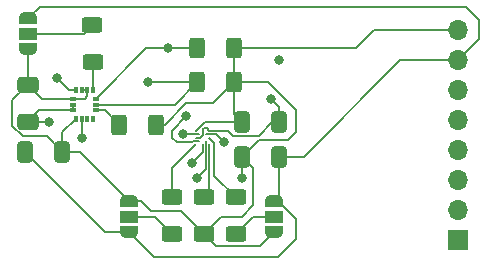
<source format=gbr>
%TF.GenerationSoftware,KiCad,Pcbnew,(6.0.5)*%
%TF.CreationDate,2022-11-14T22:05:18-05:00*%
%TF.ProjectId,IMU_Board,494d555f-426f-4617-9264-2e6b69636164,rev?*%
%TF.SameCoordinates,Original*%
%TF.FileFunction,Copper,L1,Top*%
%TF.FilePolarity,Positive*%
%FSLAX46Y46*%
G04 Gerber Fmt 4.6, Leading zero omitted, Abs format (unit mm)*
G04 Created by KiCad (PCBNEW (6.0.5)) date 2022-11-14 22:05:18*
%MOMM*%
%LPD*%
G01*
G04 APERTURE LIST*
G04 Aperture macros list*
%AMRoundRect*
0 Rectangle with rounded corners*
0 $1 Rounding radius*
0 $2 $3 $4 $5 $6 $7 $8 $9 X,Y pos of 4 corners*
0 Add a 4 corners polygon primitive as box body*
4,1,4,$2,$3,$4,$5,$6,$7,$8,$9,$2,$3,0*
0 Add four circle primitives for the rounded corners*
1,1,$1+$1,$2,$3*
1,1,$1+$1,$4,$5*
1,1,$1+$1,$6,$7*
1,1,$1+$1,$8,$9*
0 Add four rect primitives between the rounded corners*
20,1,$1+$1,$2,$3,$4,$5,0*
20,1,$1+$1,$4,$5,$6,$7,0*
20,1,$1+$1,$6,$7,$8,$9,0*
20,1,$1+$1,$8,$9,$2,$3,0*%
%AMFreePoly0*
4,1,22,0.550000,-0.750000,0.000000,-0.750000,0.000000,-0.745033,-0.079941,-0.743568,-0.215256,-0.701293,-0.333266,-0.622738,-0.424486,-0.514219,-0.481581,-0.384460,-0.499164,-0.250000,-0.500000,-0.250000,-0.500000,0.250000,-0.499164,0.250000,-0.499963,0.256109,-0.478152,0.396186,-0.417904,0.524511,-0.324060,0.630769,-0.204165,0.706417,-0.067858,0.745374,0.000000,0.744959,0.000000,0.750000,
0.550000,0.750000,0.550000,-0.750000,0.550000,-0.750000,$1*%
%AMFreePoly1*
4,1,20,0.000000,0.744959,0.073905,0.744508,0.209726,0.703889,0.328688,0.626782,0.421226,0.519385,0.479903,0.390333,0.500000,0.250000,0.500000,-0.250000,0.499851,-0.262216,0.476331,-0.402017,0.414519,-0.529596,0.319384,-0.634700,0.198574,-0.708877,0.061801,-0.746166,0.000000,-0.745033,0.000000,-0.750000,-0.550000,-0.750000,-0.550000,0.750000,0.000000,0.750000,0.000000,0.744959,
0.000000,0.744959,$1*%
G04 Aperture macros list end*
%TA.AperFunction,SMDPad,CuDef*%
%ADD10C,0.152400*%
%TD*%
%TA.AperFunction,ComponentPad*%
%ADD11O,1.700000X1.700000*%
%TD*%
%TA.AperFunction,ComponentPad*%
%ADD12R,1.700000X1.700000*%
%TD*%
%TA.AperFunction,SMDPad,CuDef*%
%ADD13FreePoly0,270.000000*%
%TD*%
%TA.AperFunction,SMDPad,CuDef*%
%ADD14R,1.500000X1.000000*%
%TD*%
%TA.AperFunction,SMDPad,CuDef*%
%ADD15FreePoly1,270.000000*%
%TD*%
%TA.AperFunction,SMDPad,CuDef*%
%ADD16RoundRect,0.250000X-0.400000X-0.625000X0.400000X-0.625000X0.400000X0.625000X-0.400000X0.625000X0*%
%TD*%
%TA.AperFunction,SMDPad,CuDef*%
%ADD17FreePoly0,90.000000*%
%TD*%
%TA.AperFunction,SMDPad,CuDef*%
%ADD18FreePoly1,90.000000*%
%TD*%
%TA.AperFunction,SMDPad,CuDef*%
%ADD19RoundRect,0.250000X-0.412500X-0.650000X0.412500X-0.650000X0.412500X0.650000X-0.412500X0.650000X0*%
%TD*%
%TA.AperFunction,SMDPad,CuDef*%
%ADD20R,0.351536X0.576580*%
%TD*%
%TA.AperFunction,SMDPad,CuDef*%
%ADD21R,0.576580X0.351536*%
%TD*%
%TA.AperFunction,SMDPad,CuDef*%
%ADD22RoundRect,0.250000X0.625000X-0.400000X0.625000X0.400000X-0.625000X0.400000X-0.625000X-0.400000X0*%
%TD*%
%TA.AperFunction,SMDPad,CuDef*%
%ADD23RoundRect,0.250000X0.412500X0.650000X-0.412500X0.650000X-0.412500X-0.650000X0.412500X-0.650000X0*%
%TD*%
%TA.AperFunction,SMDPad,CuDef*%
%ADD24RoundRect,0.250000X-0.625000X0.400000X-0.625000X-0.400000X0.625000X-0.400000X0.625000X0.400000X0*%
%TD*%
%TA.AperFunction,SMDPad,CuDef*%
%ADD25RoundRect,0.250000X0.400000X0.625000X-0.400000X0.625000X-0.400000X-0.625000X0.400000X-0.625000X0*%
%TD*%
%TA.AperFunction,SMDPad,CuDef*%
%ADD26RoundRect,0.250000X0.650000X-0.412500X0.650000X0.412500X-0.650000X0.412500X-0.650000X-0.412500X0*%
%TD*%
%TA.AperFunction,ViaPad*%
%ADD27C,0.800000*%
%TD*%
%TA.AperFunction,Conductor*%
%ADD28C,0.127000*%
%TD*%
G04 APERTURE END LIST*
D10*
%TO.P,U3,A1,PS*%
%TO.N,Net-(R6-Pad2)*%
X126066000Y-99866000D03*
%TO.P,U3,A3,SCK*%
%TO.N,SCL*%
X125500000Y-99866000D03*
%TO.P,U3,A5,CSB*%
%TO.N,Net-(R4-Pad2)*%
X124934000Y-99866000D03*
%TO.P,U3,B2,VDDIO*%
%TO.N,VCC*%
X125783000Y-99583000D03*
%TO.P,U3,B4,SDI*%
%TO.N,SDA*%
X125217000Y-99583000D03*
%TO.P,U3,C1,SDO*%
%TO.N,Net-(R5-Pad1)*%
X126066000Y-99300000D03*
%TO.P,U3,C5,GND*%
%TO.N,GND*%
X124934000Y-99300000D03*
%TO.P,U3,D2,INT*%
%TO.N,MAG_INT*%
X125783000Y-99017000D03*
%TO.P,U3,D4,DRY*%
%TO.N,MAG_DRDY*%
X125217000Y-99017000D03*
%TO.P,U3,E1,GND*%
%TO.N,GND*%
X126066000Y-98734000D03*
%TO.P,U3,E3,GND*%
X125500000Y-98734000D03*
%TO.P,U3,E5,VDD*%
%TO.N,VCC*%
X124934000Y-98734000D03*
%TD*%
D11*
%TO.P,J1,8,Pin_8*%
%TO.N,VCC*%
X147100000Y-90220000D03*
%TO.P,J1,7,Pin_7*%
%TO.N,GND*%
X147100000Y-92760000D03*
%TO.P,J1,6,Pin_6*%
%TO.N,SCL*%
X147100000Y-95300000D03*
%TO.P,J1,5,Pin_5*%
%TO.N,SDA*%
X147100000Y-97840000D03*
%TO.P,J1,4,Pin_4*%
%TO.N,MAG_DRDY*%
X147100000Y-100380000D03*
%TO.P,J1,3,Pin_3*%
%TO.N,MAG_INT*%
X147100000Y-102920000D03*
%TO.P,J1,2,Pin_2*%
%TO.N,IMU_INT1*%
X147100000Y-105460000D03*
D12*
%TO.P,J1,1,Pin_1*%
%TO.N,IMU_INT2*%
X147100000Y-108000000D03*
%TD*%
D13*
%TO.P,JP_BMM1,1,A*%
%TO.N,VCC*%
X119300000Y-104700000D03*
D14*
%TO.P,JP_BMM1,2,C*%
%TO.N,Net-(JP_BMM1-Pad2)*%
X119300000Y-106000000D03*
D15*
%TO.P,JP_BMM1,3,B*%
%TO.N,GND*%
X119300000Y-107300000D03*
%TD*%
D16*
%TO.P,R7,1*%
%TO.N,Net-(R7-Pad1)*%
X118450000Y-98200000D03*
%TO.P,R7,2*%
%TO.N,VCC*%
X121550000Y-98200000D03*
%TD*%
D17*
%TO.P,JP_BMM2,1,A*%
%TO.N,VCC*%
X131557500Y-107300000D03*
D14*
%TO.P,JP_BMM2,2,C*%
%TO.N,Net-(JP_BMM2-Pad2)*%
X131557500Y-106000000D03*
D18*
%TO.P,JP_BMM2,3,B*%
%TO.N,GND*%
X131557500Y-104700000D03*
%TD*%
D19*
%TO.P,C3,1*%
%TO.N,VCC*%
X128837500Y-100900000D03*
%TO.P,C3,2*%
%TO.N,GND*%
X131962500Y-100900000D03*
%TD*%
D20*
%TO.P,U1,1,SDO/SA0*%
%TO.N,Net-(R3-Pad2)*%
X116250001Y-95289700D03*
%TO.P,U1,2,SDx*%
%TO.N,VCC*%
X115750000Y-95289700D03*
%TO.P,U1,3,SCx*%
X115250000Y-95289700D03*
%TO.P,U1,4,INT1*%
%TO.N,IMU_INT1*%
X114749999Y-95289700D03*
D21*
%TO.P,U1,5,VDDIO*%
%TO.N,VCC*%
X114543700Y-96000001D03*
%TO.P,U1,6,GND*%
%TO.N,GND*%
X114543700Y-96500000D03*
%TO.P,U1,7,GND*%
X114543700Y-96999999D03*
D20*
%TO.P,U1,8,VDD*%
%TO.N,VCC*%
X114749999Y-97710300D03*
%TO.P,U1,9,INT2*%
%TO.N,IMU_INT2*%
X115250000Y-97710300D03*
%TO.P,U1,10,OCS_Aux*%
%TO.N,unconnected-(U1-Pad10)*%
X115750000Y-97710300D03*
%TO.P,U1,11,SDO_Aux*%
%TO.N,unconnected-(U1-Pad11)*%
X116250001Y-97710300D03*
D21*
%TO.P,U1,12,CS*%
%TO.N,Net-(R7-Pad1)*%
X116456300Y-96999999D03*
%TO.P,U1,13,SCL*%
%TO.N,SCL*%
X116456300Y-96500000D03*
%TO.P,U1,14,SDA*%
%TO.N,SDA*%
X116456300Y-96000001D03*
%TD*%
D22*
%TO.P,R4,1*%
%TO.N,Net-(JP_BMM1-Pad2)*%
X122900000Y-107450000D03*
%TO.P,R4,2*%
%TO.N,Net-(R4-Pad2)*%
X122900000Y-104350000D03*
%TD*%
D23*
%TO.P,C4,1*%
%TO.N,VCC*%
X113600000Y-100500000D03*
%TO.P,C4,2*%
%TO.N,GND*%
X110475000Y-100500000D03*
%TD*%
D24*
%TO.P,R3,1*%
%TO.N,Net-(JP_IMU1-Pad2)*%
X116150001Y-89800000D03*
%TO.P,R3,2*%
%TO.N,Net-(R3-Pad2)*%
X116250001Y-92900000D03*
%TD*%
D18*
%TO.P,JP_IMU1,3,B*%
%TO.N,GND*%
X110742500Y-89200000D03*
D14*
%TO.P,JP_IMU1,2,C*%
%TO.N,Net-(JP_IMU1-Pad2)*%
X110742500Y-90500000D03*
D17*
%TO.P,JP_IMU1,1,A*%
%TO.N,VCC*%
X110700000Y-91800000D03*
%TD*%
D25*
%TO.P,R2,1*%
%TO.N,VCC*%
X128150000Y-94600000D03*
%TO.P,R2,2*%
%TO.N,SCL*%
X125050000Y-94600000D03*
%TD*%
%TO.P,R1,1*%
%TO.N,VCC*%
X128150000Y-91750000D03*
%TO.P,R1,2*%
%TO.N,SDA*%
X125050000Y-91750000D03*
%TD*%
D26*
%TO.P,C2,1*%
%TO.N,GND*%
X110700000Y-97962500D03*
%TO.P,C2,2*%
%TO.N,VCC*%
X110700000Y-94837500D03*
%TD*%
D24*
%TO.P,R5,1*%
%TO.N,Net-(R5-Pad1)*%
X128300000Y-104350000D03*
%TO.P,R5,2*%
%TO.N,Net-(JP_BMM2-Pad2)*%
X128300000Y-107450000D03*
%TD*%
D22*
%TO.P,R6,1*%
%TO.N,VCC*%
X125600000Y-107450000D03*
%TO.P,R6,2*%
%TO.N,Net-(R6-Pad2)*%
X125600000Y-104350000D03*
%TD*%
D19*
%TO.P,C1,1*%
%TO.N,VCC*%
X128875000Y-98000000D03*
%TO.P,C1,2*%
%TO.N,GND*%
X132000000Y-98000000D03*
%TD*%
D27*
%TO.N,GND*%
X131300000Y-96000000D03*
%TO.N,VCC*%
X128800000Y-102700000D03*
X125000000Y-102700000D03*
%TO.N,IMU_INT2*%
X115250000Y-99300000D03*
%TO.N,IMU_INT1*%
X113160160Y-94247500D03*
%TO.N,MAG_DRDY*%
X123800000Y-99017000D03*
%TO.N,MAG_INT*%
X127300000Y-99700000D03*
%TO.N,GND*%
X112500000Y-97962500D03*
X132000000Y-92760000D03*
%TO.N,SDA*%
X122600000Y-91750000D03*
X124100000Y-97500000D03*
%TO.N,SCL*%
X120900000Y-94600000D03*
X124600000Y-101439715D03*
%TD*%
D28*
%TO.N,SDA*%
X123300000Y-99700000D02*
X122900000Y-99300000D01*
X124600000Y-99700000D02*
X123300000Y-99700000D01*
X122900000Y-98700000D02*
X124100000Y-97500000D01*
X124717000Y-99583000D02*
X124600000Y-99700000D01*
X122900000Y-99300000D02*
X122900000Y-98700000D01*
X125217000Y-99583000D02*
X124717000Y-99583000D01*
%TO.N,GND*%
X131962500Y-104295000D02*
X131962500Y-100900000D01*
X131557500Y-104700000D02*
X131962500Y-104295000D01*
X132000000Y-96700000D02*
X132000000Y-98000000D01*
X131300000Y-96000000D02*
X132000000Y-96700000D01*
%TO.N,VCC*%
X133400000Y-97000000D02*
X131000000Y-94600000D01*
X133400000Y-98800000D02*
X133400000Y-97000000D01*
X130237500Y-99500000D02*
X132700000Y-99500000D01*
X132700000Y-99500000D02*
X133400000Y-98800000D01*
X128837500Y-100900000D02*
X130237500Y-99500000D01*
X131000000Y-94600000D02*
X128150000Y-94600000D01*
%TO.N,GND*%
X131378982Y-98000000D02*
X132000000Y-98000000D01*
X128046489Y-99146489D02*
X130232493Y-99146489D01*
X127634000Y-98734000D02*
X128046489Y-99146489D01*
X126066000Y-98734000D02*
X127634000Y-98734000D01*
X130232493Y-99146489D02*
X131378982Y-98000000D01*
X148900000Y-90960000D02*
X147100000Y-92760000D01*
X148900000Y-89300000D02*
X148900000Y-90960000D01*
X147800000Y-88200000D02*
X148900000Y-89300000D01*
X111742500Y-88200000D02*
X147800000Y-88200000D01*
X110742500Y-89200000D02*
X111742500Y-88200000D01*
%TO.N,VCC*%
X138470000Y-91750000D02*
X140000000Y-90220000D01*
X128150000Y-91750000D02*
X138470000Y-91750000D01*
X128150000Y-97275000D02*
X128875000Y-98000000D01*
X128150000Y-94600000D02*
X128150000Y-97275000D01*
%TO.N,GND*%
X125832000Y-98500000D02*
X126066000Y-98734000D01*
X125600000Y-98500000D02*
X125832000Y-98500000D01*
X125500000Y-98600000D02*
X125600000Y-98500000D01*
X125500000Y-98734000D02*
X125500000Y-98600000D01*
%TO.N,MAG_INT*%
X126617000Y-99017000D02*
X127300000Y-99700000D01*
X125783000Y-99017000D02*
X126617000Y-99017000D01*
%TO.N,Net-(R5-Pad1)*%
X126500000Y-99734000D02*
X126500000Y-102550000D01*
X126066000Y-99300000D02*
X126500000Y-99734000D01*
X126500000Y-102550000D02*
X128300000Y-104350000D01*
%TO.N,VCC*%
X128837500Y-102662500D02*
X128800000Y-102700000D01*
X128837500Y-100900000D02*
X128837500Y-102662500D01*
X125783000Y-101917000D02*
X125000000Y-102700000D01*
X125783000Y-99583000D02*
X125783000Y-101917000D01*
X125668000Y-98000000D02*
X128875000Y-98000000D01*
X124934000Y-98734000D02*
X125668000Y-98000000D01*
%TO.N,SCL*%
X125500000Y-100539715D02*
X124600000Y-101439715D01*
X125500000Y-99866000D02*
X125500000Y-100539715D01*
%TO.N,SDA*%
X120706301Y-91750000D02*
X125050000Y-91750000D01*
X116456300Y-96000001D02*
X120706301Y-91750000D01*
%TO.N,SCL*%
X125050000Y-94600000D02*
X120900000Y-94600000D01*
%TO.N,GND*%
X121400000Y-109400000D02*
X119300000Y-107300000D01*
X133400000Y-107900000D02*
X131900000Y-109400000D01*
X131900000Y-109400000D02*
X121400000Y-109400000D01*
X133400000Y-106212478D02*
X133400000Y-107900000D01*
X131887522Y-104700000D02*
X133400000Y-106212478D01*
X134100000Y-100900000D02*
X131962500Y-100900000D01*
X142240000Y-92760000D02*
X134100000Y-100900000D01*
X147100000Y-92760000D02*
X142240000Y-92760000D01*
%TO.N,VCC*%
X140000000Y-90220000D02*
X147100000Y-90220000D01*
X129800000Y-105000000D02*
X128800000Y-106000000D01*
X129800000Y-101862500D02*
X129800000Y-105000000D01*
X128800000Y-106000000D02*
X127050000Y-106000000D01*
X128837500Y-100900000D02*
X129800000Y-101862500D01*
X127050000Y-106000000D02*
X125600000Y-107450000D01*
%TO.N,IMU_INT2*%
X115250000Y-97710300D02*
X115250000Y-99300000D01*
%TO.N,IMU_INT1*%
X113160160Y-94247500D02*
X114202360Y-95289700D01*
X114202360Y-95289700D02*
X114649999Y-95289700D01*
%TO.N,MAG_DRDY*%
X125217000Y-99017000D02*
X123800000Y-99017000D01*
%TO.N,GND*%
X125500000Y-98734000D02*
X125500000Y-99110480D01*
X111242500Y-88700000D02*
X110742500Y-89200000D01*
X131962500Y-100900000D02*
X131992511Y-100869989D01*
X111662501Y-96999999D02*
X114543700Y-96999999D01*
X125310480Y-99300000D02*
X124934000Y-99300000D01*
X117275000Y-107300000D02*
X119300000Y-107300000D01*
X125500000Y-99110480D02*
X125310480Y-99300000D01*
X114543700Y-96500000D02*
X114543700Y-96999999D01*
X110475000Y-100500000D02*
X117275000Y-107300000D01*
X110700000Y-97962500D02*
X112500000Y-97962500D01*
X111662501Y-96999999D02*
X110700000Y-97962500D01*
%TO.N,VCC*%
X113600000Y-100500000D02*
X113600000Y-98860299D01*
X111862501Y-96000001D02*
X110700000Y-94837500D01*
X122300000Y-98200000D02*
X124100000Y-96400000D01*
X109400000Y-98347282D02*
X109400000Y-96137500D01*
X121550000Y-98200000D02*
X122300000Y-98200000D01*
X113600000Y-100500000D02*
X112300000Y-99200000D01*
X120300000Y-104700000D02*
X121100000Y-105500000D01*
X115499999Y-96000001D02*
X114543700Y-96000001D01*
X110700000Y-91800000D02*
X110700000Y-94837500D01*
X130357500Y-108500000D02*
X126650000Y-108500000D01*
X113600000Y-98860299D02*
X114749999Y-97710300D01*
X131557500Y-107300000D02*
X130357500Y-108500000D01*
X110252718Y-99200000D02*
X109400000Y-98347282D01*
X115100000Y-100500000D02*
X113600000Y-100500000D01*
X124100000Y-96400000D02*
X126350000Y-96400000D01*
X126650000Y-108500000D02*
X125600000Y-107450000D01*
X115750000Y-95750000D02*
X115499999Y-96000001D01*
X128150000Y-91750000D02*
X128150000Y-94600000D01*
X109400000Y-96137500D02*
X110700000Y-94837500D01*
X126350000Y-96400000D02*
X128150000Y-94600000D01*
X119300000Y-104700000D02*
X115100000Y-100500000D01*
X115250000Y-95289700D02*
X115750000Y-95289700D01*
X119300000Y-104700000D02*
X120300000Y-104700000D01*
X121100000Y-105500000D02*
X123650000Y-105500000D01*
X114543700Y-96000001D02*
X111862501Y-96000001D01*
X112300000Y-99200000D02*
X110252718Y-99200000D01*
X115750000Y-95289700D02*
X115750000Y-95750000D01*
X123650000Y-105500000D02*
X125600000Y-107450000D01*
%TO.N,SDA*%
X122600000Y-91750000D02*
X125050000Y-91750000D01*
%TO.N,SCL*%
X116456300Y-96500000D02*
X123150000Y-96500000D01*
X125050000Y-94600000D02*
X123150000Y-96500000D01*
%TO.N,Net-(JP_BMM1-Pad2)*%
X121450000Y-106000000D02*
X122900000Y-107450000D01*
X119300000Y-106000000D02*
X121450000Y-106000000D01*
%TO.N,Net-(JP_BMM2-Pad2)*%
X129750000Y-106000000D02*
X131557500Y-106000000D01*
X128300000Y-107450000D02*
X129750000Y-106000000D01*
%TO.N,Net-(JP_IMU1-Pad2)*%
X115450001Y-90500000D02*
X110742500Y-90500000D01*
X116150001Y-89800000D02*
X115450001Y-90500000D01*
%TO.N,Net-(R3-Pad2)*%
X116250001Y-92900000D02*
X116250001Y-95289700D01*
%TO.N,Net-(R4-Pad2)*%
X122900000Y-101900000D02*
X124934000Y-99866000D01*
X122900000Y-104350000D02*
X122900000Y-101900000D01*
%TO.N,Net-(R6-Pad2)*%
X126066000Y-99866000D02*
X126066000Y-103884000D01*
X126066000Y-103884000D02*
X125600000Y-104350000D01*
%TO.N,Net-(R7-Pad1)*%
X117249999Y-96999999D02*
X116456300Y-96999999D01*
X118450000Y-98200000D02*
X117249999Y-96999999D01*
%TD*%
M02*

</source>
